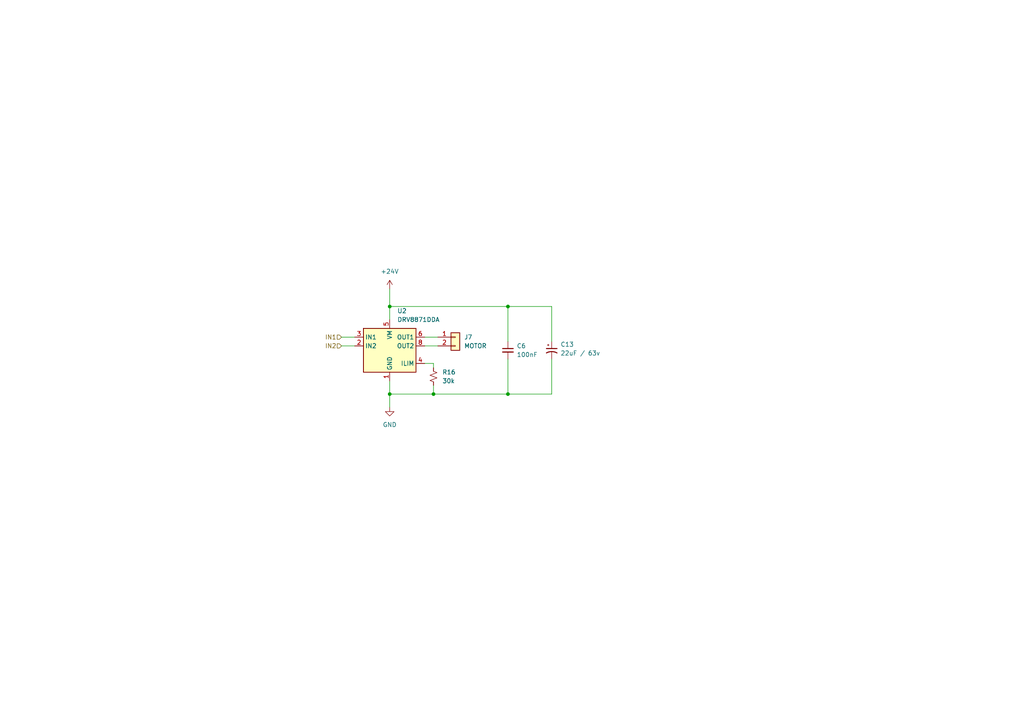
<source format=kicad_sch>
(kicad_sch (version 20231120) (generator "eeschema") (generator_version "8.0")
  (paper "A4")
  (lib_symbols
    (symbol "Connector_Generic:Conn_01x02" (pin_names (offset 1.016) hide)
      (property "Reference" "J" (at 0 2.54 0))
      (property "Value" "Conn_01x02" (at 0 -5.08 0))
      (symbol "Conn_01x02_1_1"
        (rectangle (start -1.27 -2.413) (end 0 -2.667) (stroke (width 0.1524)))
        (rectangle (start -1.27 0.127) (end 0 -0.127) (stroke (width 0.1524)))
        (rectangle (start -1.27 1.27) (end 1.27 -3.81) (stroke (width 0.254)) (fill (type background)))
        (pin passive line (at -5.08 0 0) (length 3.81) (name "Pin_1") (number "1"))
        (pin passive line (at -5.08 -2.54 0) (length 3.81) (name "Pin_2") (number "2"))
      )
    )
    (symbol "Device:C_Polarized_Small_US" (pin_numbers hide) (pin_names (offset 0.254) hide)
      (property "Reference" "C" (at 0.254 1.778 0))
      (property "Value" "C_Polarized_Small_US" (at 0.254 -2.032 0))
      (symbol "C_Polarized_Small_US_0_1"
        (polyline (pts (xy -1.524 0.508) (xy 1.524 0.508)) (stroke (width 0.3048)))
        (polyline (pts (xy -1.27 1.524) (xy -0.762 1.524)))
        (polyline (pts (xy -1.016 1.27) (xy -1.016 1.778)))
        (arc (start 1.524 -0.762) (mid 0 -0.3734) (end -1.524 -0.762) (stroke (width 0.3048)))
      )
      (symbol "C_Polarized_Small_US_1_1"
        (pin passive line (at 0 2.54 270) (length 2.032) (name "~") (number "1"))
        (pin passive line (at 0 -2.54 90) (length 2.032) (name "~") (number "2"))
      )
    )
    (symbol "Device:C_Small" (pin_numbers hide) (pin_names (offset 0.254) hide)
      (property "Reference" "C" (at 0.254 1.778 0))
      (property "Value" "C_Small" (at 0.254 -2.032 0))
      (symbol "C_Small_0_1"
        (polyline (pts (xy -1.524 -0.508) (xy 1.524 -0.508)) (stroke (width 0.3302)))
        (polyline (pts (xy -1.524 0.508) (xy 1.524 0.508)) (stroke (width 0.3048)))
      )
      (symbol "C_Small_1_1"
        (pin passive line (at 0 2.54 270) (length 2.032) (name "~") (number "1"))
        (pin passive line (at 0 -2.54 90) (length 2.032) (name "~") (number "2"))
      )
    )
    (symbol "Device:R_Small_US" (pin_numbers hide) (pin_names (offset 0.254) hide)
      (property "Reference" "R" (at 0.762 0.508 0))
      (property "Value" "R_Small_US" (at 0.762 -1.016 0))
      (symbol "R_Small_US_1_1"
        (polyline (pts (xy 0 0) (xy 1.016 -0.381) (xy 0 -0.762) (xy -1.016 -1.143) (xy 0 -1.524)))
        (polyline (pts (xy 0 1.524) (xy 1.016 1.143) (xy 0 0.762) (xy -1.016 0.381) (xy 0 0)))
        (pin passive line (at 0 2.54 270) (length 1.016) (name "~") (number "1"))
        (pin passive line (at 0 -2.54 90) (length 1.016) (name "~") (number "2"))
      )
    )
    (symbol "Driver_Motor:DRV8871DDA"
      (property "Reference" "U" (at -6.35 6.35 0))
      (property "Value" "DRV8871DDA" (at 8.89 6.35 0))
      (symbol "DRV8871DDA_0_1"
        (rectangle (start -7.62 5.08) (end 7.62 -7.62) (stroke (width 0.254)) (fill (type background)))
      )
      (symbol "DRV8871DDA_1_1"
        (pin power_in line (at 0 -10.16 90) (length 2.54) (name "GND") (number "1"))
        (pin input line (at -10.16 0 0) (length 2.54) (name "IN2") (number "2"))
        (pin input line (at -10.16 2.54 0) (length 2.54) (name "IN1") (number "3"))
        (pin passive line (at 10.16 -5.08 180) (length 2.54) (name "ILIM") (number "4"))
        (pin power_in line (at 0 7.62 270) (length 2.54) (name "VM") (number "5"))
        (pin output line (at 10.16 2.54 180) (length 2.54) (name "OUT1") (number "6"))
        (pin passive line (at 0 -10.16 90) (length 2.54) hide (name "GND") (number "7"))
        (pin output line (at 10.16 0 180) (length 2.54) (name "OUT2") (number "8"))
        (pin passive line (at 0 -10.16 90) (length 2.54) hide (name "GND") (number "9"))
      )
    )
    (symbol "power:+24V" (power) (pin_numbers hide) (pin_names (offset 0) hide)
      (property "Value" "+24V" (at 0 3.556 0))
      (symbol "+24V_0_1"
        (polyline (pts (xy -0.762 1.27) (xy 0 2.54)))
        (polyline (pts (xy 0 0) (xy 0 2.54)))
        (polyline (pts (xy 0 2.54) (xy 0.762 1.27)))
      )
      (symbol "+24V_1_1"
        (pin power_in line (at 0 0 90) (length 0) (name "~") (number "1"))
      )
    )
    (symbol "power:GND" (power) (pin_numbers hide) (pin_names (offset 0) hide)
      (property "Value" "GND" (at 0 -3.81 0))
      (symbol "GND_0_1"
        (polyline (pts (xy 0 0) (xy 0 -1.27) (xy 1.27 -1.27) (xy 0 -2.54) (xy -1.27 -1.27) (xy 0 -1.27)))
      )
      (symbol "GND_1_1"
        (pin power_in line (at 0 0 270) (length 0) (name "~") (number "1"))
      )
    )
  )
  (junction (at 125.73 114.3))
  (junction (at 113.03 88.9))
  (junction (at 147.32 114.3))
  (junction (at 113.03 114.3))
  (junction (at 147.32 88.9))
  (wire (pts (xy 99.06 97.79) (xy 102.87 97.79)))
  (wire (pts (xy 125.73 114.3) (xy 147.32 114.3)))
  (wire (pts (xy 160.02 104.14) (xy 160.02 114.3)))
  (wire (pts (xy 160.02 88.9) (xy 160.02 99.06)))
  (wire (pts (xy 123.19 100.33) (xy 127 100.33)))
  (wire (pts (xy 160.02 114.3) (xy 147.32 114.3)))
  (wire (pts (xy 113.03 88.9) (xy 147.32 88.9)))
  (wire (pts (xy 123.19 105.41) (xy 125.73 105.41)))
  (wire (pts (xy 147.32 88.9) (xy 160.02 88.9)))
  (wire (pts (xy 123.19 97.79) (xy 127 97.79)))
  (wire (pts (xy 113.03 88.9) (xy 113.03 92.71)))
  (wire (pts (xy 99.06 100.33) (xy 102.87 100.33)))
  (wire (pts (xy 147.32 114.3) (xy 147.32 104.14)))
  (wire (pts (xy 113.03 110.49) (xy 113.03 114.3)))
  (wire (pts (xy 113.03 114.3) (xy 113.03 118.11)))
  (wire (pts (xy 113.03 114.3) (xy 125.73 114.3)))
  (wire (pts (xy 113.03 83.82) (xy 113.03 88.9)))
  (wire (pts (xy 125.73 111.76) (xy 125.73 114.3)))
  (wire (pts (xy 125.73 105.41) (xy 125.73 106.68)))
  (wire (pts (xy 147.32 88.9) (xy 147.32 99.06)))
  (hierarchical_label "IN2" (shape input) (at 99.06 100.33 180))
  (hierarchical_label "IN1" (shape input) (at 99.06 97.79 180))
  (symbol (lib_id "power:GND") (at 113.03 118.11 0) (unit 1)
    (property "Reference" "#PWR017" (effects (hide yes)))
    (property "Value" "GND" (at 113.03 123.19 0))
    (property "Description" "Power symbol creates a global label with name \"GND\" , ground" (effects (hide yes)))
  )
  (symbol (lib_id "Device:C_Polarized_Small_US") (at 160.02 101.6 0) (unit 1)
    (property "Reference" "C13" (at 162.56 99.8981 0) (effects (justify left)))
    (property "Value" "22uF / 63v" (at 162.56 102.4381 0) (effects (justify left)))
    (property "Description" "Polarized capacitor, small US symbol" (effects (hide yes)))
    (property "LCSC" "C267472" (effects (hide yes)))
  )
  (symbol (lib_id "Device:C_Small") (at 147.32 101.6 0) (unit 1)
    (property "Reference" "C6" (at 149.86 100.3363 0) (effects (justify left)))
    (property "Value" "100nF" (at 149.86 102.8763 0) (effects (justify left)))
    (property "Footprint" "Capacitor_SMD:C_0805_2012Metric_Pad1.18x1.45mm_HandSolder" (effects (hide yes)))
    (property "LCSC" "C49678" (effects (hide yes)))
  )
  (symbol (lib_id "Connector_Generic:Conn_01x02") (at 132.08 97.79 0) (unit 1)
    (property "Reference" "J7" (at 134.62 97.7899 0) (effects (justify left)))
    (property "Value" "MOTOR" (at 134.62 100.3299 0) (effects (justify left)))
    (property "Description" "Generic connector, single row, 01x02, script generated (kicad-library-utils/schlib/autogen/connector/)" (effects (hide yes)))
  )
  (symbol (lib_id "power:+24V") (at 113.03 83.82 0) (unit 1)
    (property "Reference" "#PWR016" (effects (hide yes)))
    (property "Value" "+24V" (at 113.03 78.74 0))
    (property "Description" "Power symbol creates a global label with name \"+24V\"" (effects (hide yes)))
  )
  (symbol (lib_id "Device:R_Small_US") (at 125.73 109.22 180) (unit 1)
    (property "Reference" "R16" (at 128.27 107.9499 0) (effects (justify right)))
    (property "Value" "30k" (at 128.27 110.4899 0) (effects (justify right)))
    (property "Footprint" "Resistor_SMD:R_0805_2012Metric_Pad1.20x1.40mm_HandSolder" (effects (hide yes)))
  )
  (symbol (lib_id "Driver_Motor:DRV8871DDA") (at 113.03 100.33 0) (unit 1)
    (property "Reference" "U2" (at 115.2241 90.17 0) (effects (justify left)))
    (property "Value" "DRV8871DDA" (at 115.2241 92.71 0) (effects (justify left)))
    (property "Footprint" "Package_SO:Texas_HTSOP-8-1EP_3.9x4.9mm_P1.27mm_EP2.95x4.9mm_Mask2.4x3.1mm_ThermalVias" (effects (hide yes)))
    (property "Datasheet" "http://www.ti.com/lit/ds/symlink/drv8871.pdf" (effects (hide yes)))
    (property "Description" "Brushed DC Motor Driver, PWM Control, 45V, 3.6A, Current limiting, HTSOP-8" (effects (hide yes)))
  )
)
</source>
